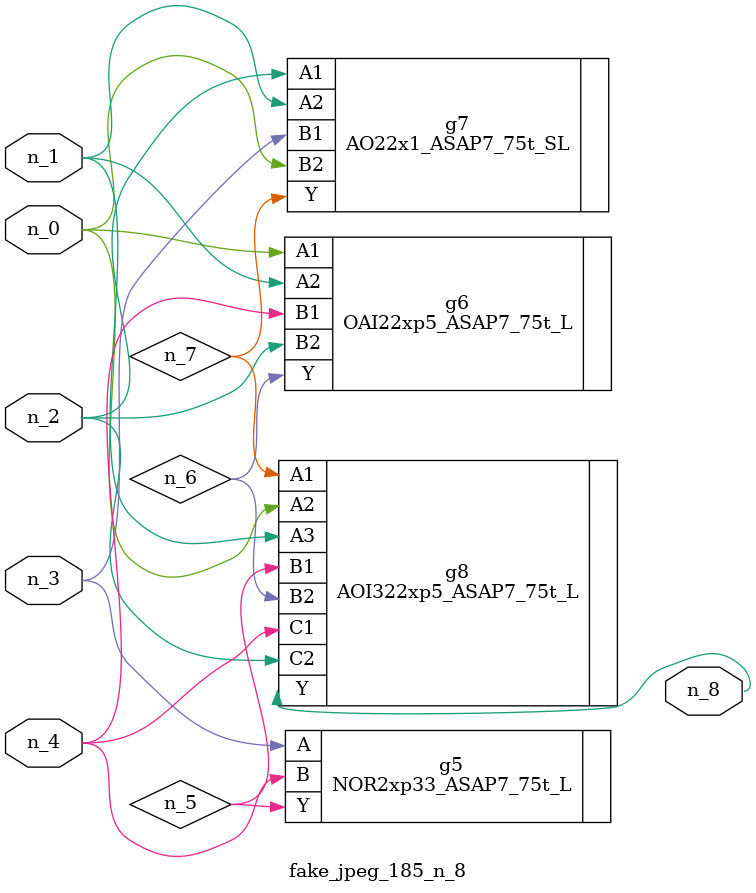
<source format=v>
module fake_jpeg_185_n_8 (n_3, n_2, n_1, n_0, n_4, n_8);

input n_3;
input n_2;
input n_1;
input n_0;
input n_4;

output n_8;

wire n_6;
wire n_5;
wire n_7;

NOR2xp33_ASAP7_75t_L g5 ( 
.A(n_3),
.B(n_4),
.Y(n_5)
);

OAI22xp5_ASAP7_75t_L g6 ( 
.A1(n_0),
.A2(n_1),
.B1(n_4),
.B2(n_2),
.Y(n_6)
);

AO22x1_ASAP7_75t_SL g7 ( 
.A1(n_2),
.A2(n_1),
.B1(n_3),
.B2(n_0),
.Y(n_7)
);

AOI322xp5_ASAP7_75t_L g8 ( 
.A1(n_7),
.A2(n_0),
.A3(n_1),
.B1(n_5),
.B2(n_6),
.C1(n_4),
.C2(n_2),
.Y(n_8)
);


endmodule
</source>
